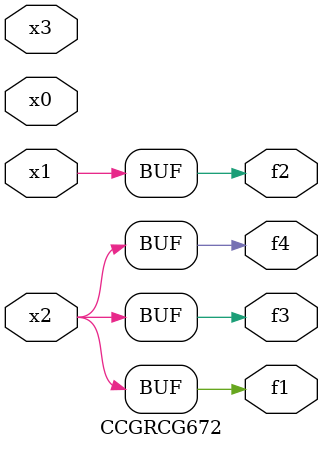
<source format=v>
module CCGRCG672(
	input x0, x1, x2, x3,
	output f1, f2, f3, f4
);
	assign f1 = x2;
	assign f2 = x1;
	assign f3 = x2;
	assign f4 = x2;
endmodule

</source>
